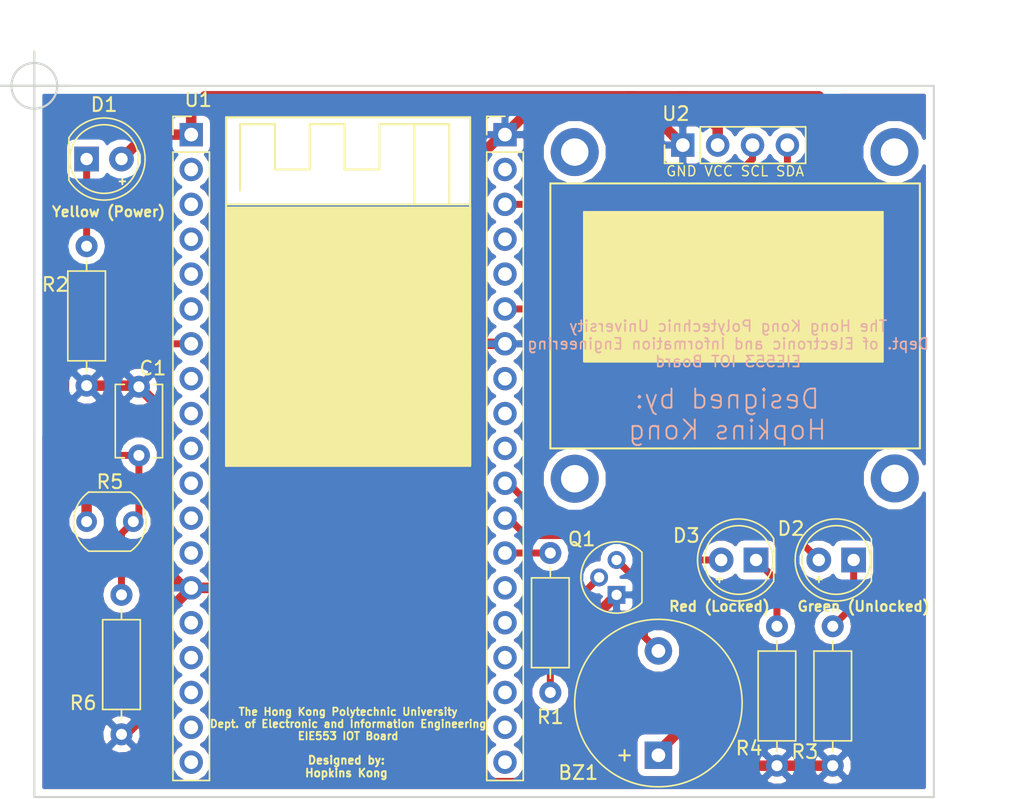
<source format=kicad_pcb>
(kicad_pcb (version 20171130) (host pcbnew 5.0.0+dfsg1-1)
  (layers (0 F.Cu signal) (31 B.Cu signal) (34 B.Paste user hide) (35 F.Paste user hide) (36 B.SilkS user) (37 F.SilkS user) (38 B.Mask user hide) (39 F.Mask user hide) (44 Edge.Cuts user))
  (net 0 "")
  (net 1 "Net-(Q1-Pad2)")
  (net 2 /BUZZER_CONTROL)
  (net 3 "Net-(D1-Pad1)")
  (net 4 GND)
  (net 5 "Net-(D2-Pad1)")
  (net 6 "Net-(D3-Pad1)")
  (net 7 /LDR_ADC)
  (net 8 "Net-(BZ1-Pad2)")
  (net 9 +3V3)
  (net 10 /GREEN_LED)
  (net 11 /RED_LED)
  (net 12 /OLED_SCL)
  (net 13 /OLED_SDA)
  (net 14 "Net-(U1-Pad20)")
  (net 15 "Net-(U1-Pad21)")
  (net 16 "Net-(U1-Pad22)")
  (net 17 "Net-(U1-Pad23)")
  (net 18 "Net-(U1-Pad24)")
  (net 19 "Net-(U1-Pad25)")
  (net 20 "Net-(U1-Pad29)")
  (net 21 "Net-(U1-Pad30)")
  (net 22 "Net-(U1-Pad31)")
  (net 23 "Net-(U1-Pad34)")
  (net 24 "Net-(U1-Pad35)")
  (net 25 "Net-(U1-Pad37)")
  (net 26 "Net-(U1-Pad2)")
  (net 27 "Net-(U1-Pad3)")
  (net 28 "Net-(U1-Pad4)")
  (net 29 "Net-(U1-Pad5)")
  (net 30 "Net-(U1-Pad6)")
  (net 31 "Net-(U1-Pad8)")
  (net 32 "Net-(U1-Pad9)")
  (net 33 "Net-(U1-Pad10)")
  (net 34 "Net-(U1-Pad11)")
  (net 35 "Net-(U1-Pad15)")
  (net 36 "Net-(U1-Pad16)")
  (net 37 "Net-(U1-Pad17)")
  (net 38 "Net-(U1-Pad18)")
  (net 39 "Net-(U1-Pad19)")
  (net 40 "Net-(U1-Pad12)")
  (net 41 "Net-(U1-Pad13)")
  (module LED_THT:LED_D5.0mm (layer F.Cu) (at 25.4 41.91)
    (fp_text reference D1 (at 1.27 -3.96) (layer F.SilkS))
    (fp_text value 5MM_YELLOW_LED)
    (pad 1 thru_hole rect (at 0 0) (size 1.8 1.8) (drill 0.9) (layers *.Cu *.Mask) (net 3 "Net-(D1-Pad1)"))
    (pad 2 thru_hole circle (at 2.54 0) (size 1.8 1.8) (drill 0.9) (layers *.Cu *.Mask) (net 9 +3V3))
  )
  (module LED_THT:LED_D5.0mm (layer F.Cu) (at 81.28 71.12 180)
    (fp_text reference D2 (at 4.572 2.286 180) (layer F.SilkS))
    (fp_text value 5MM_GREEN_LED)
    (pad 2 thru_hole circle (at 2.54 0 180) (size 1.8 1.8) (drill 0.9) (layers *.Cu *.Mask) (net 10 /GREEN_LED))
    (pad 1 thru_hole rect (at 0 0 180) (size 1.8 1.8) (drill 0.9) (layers *.Cu *.Mask) (net 5 "Net-(D2-Pad1)"))
  )
  (module IOT:oled_4pin (layer F.Cu) (at 72.39 40.64)
    (fp_text reference U2 (at -4.064 -2.032) (layer F.SilkS))
    (fp_text value 0.96Inch_OLED_4Pin)
    (pad "" np_thru_hole circle (at 11.8618 0.762) (size 3.5 3.5) (drill 2) (layers *.Cu *.Mask))
    (pad "" np_thru_hole circle (at 11.8872 24.5364) (size 3.5 3.5) (drill 2) (layers *.Cu *.Mask))
    (pad "" np_thru_hole circle (at -11.43 24.5618) (size 3.5 3.5) (drill 2) (layers *.Cu *.Mask))
    (pad 1 thru_hole rect (at -3.556 0.254 90) (size 1.7 1.7) (drill 1) (layers *.Cu *.Mask) (net 4 GND))
    (pad 2 thru_hole oval (at -1.016 0.254 90) (size 1.7 1.7) (drill 1) (layers *.Cu *.Mask) (net 9 +3V3))
    (pad 3 thru_hole oval (at 1.524 0.254 90) (size 1.7 1.7) (drill 1) (layers *.Cu *.Mask) (net 12 /OLED_SCL))
    (pad 4 thru_hole oval (at 4.064 0.254 90) (size 1.7 1.7) (drill 1) (layers *.Cu *.Mask) (net 13 /OLED_SDA))
    (pad "" np_thru_hole circle (at -11.43 0.762) (size 3.5 3.5) (drill 2) (layers *.Cu *.Mask))
  )
  (module LED_THT:LED_D5.0mm (layer F.Cu) (at 74.168 71.12 180)
    (fp_text reference D3 (at 5.08 1.778 180) (layer F.SilkS))
    (fp_text value 5MM_RED_LED)
    (pad 1 thru_hole rect (at 0 0 180) (size 1.8 1.8) (drill 0.9) (layers *.Cu *.Mask) (net 6 "Net-(D3-Pad1)"))
    (pad 2 thru_hole circle (at 2.54 0 180) (size 1.8 1.8) (drill 0.9) (layers *.Cu *.Mask) (net 11 /RED_LED))
  )
  (module OptoDevice:R_LDR_5.1x4.3mm_P3.4mm_Vertical (layer F.Cu) (at 25.4 68.326)
    (fp_text reference R5 (at 1.7 -2.9) (layer F.SilkS))
    (fp_text value GL5506)
    (pad 1 thru_hole circle (at 0 0) (size 1.5 1.5) (drill 0.8) (layers *.Cu *.Mask) (net 9 +3V3))
    (pad 2 thru_hole circle (at 3.4 0) (size 1.5 1.5) (drill 0.8) (layers *.Cu *.Mask) (net 7 /LDR_ADC))
  )
  (module IOT:nodemcu_esp32s (layer F.Cu) (at 33.02 40.64)
    (fp_text reference U1 (at 0.508 -3.048) (layer F.SilkS))
    (fp_text value NodeMCU-32S)
    (pad 20 thru_hole oval (at 22.86 45.212) (size 1.7 1.7) (drill 1) (layers *.Cu *.Mask) (net 14 "Net-(U1-Pad20)"))
    (pad 21 thru_hole oval (at 22.86 42.672) (size 1.7 1.7) (drill 1) (layers *.Cu *.Mask) (net 15 "Net-(U1-Pad21)"))
    (pad 22 thru_hole oval (at 22.86 40.132) (size 1.7 1.7) (drill 1) (layers *.Cu *.Mask) (net 16 "Net-(U1-Pad22)"))
    (pad 23 thru_hole oval (at 22.86 37.592) (size 1.7 1.7) (drill 1) (layers *.Cu *.Mask) (net 17 "Net-(U1-Pad23)"))
    (pad 24 thru_hole oval (at 22.86 35.052) (size 1.7 1.7) (drill 1) (layers *.Cu *.Mask) (net 18 "Net-(U1-Pad24)"))
    (pad 25 thru_hole oval (at 22.86 32.512) (size 1.7 1.7) (drill 1) (layers *.Cu *.Mask) (net 19 "Net-(U1-Pad25)"))
    (pad 26 thru_hole oval (at 22.86 29.972) (size 1.7 1.7) (drill 1) (layers *.Cu *.Mask) (net 2 /BUZZER_CONTROL))
    (pad 27 thru_hole oval (at 22.86 27.432) (size 1.7 1.7) (drill 1) (layers *.Cu *.Mask) (net 11 /RED_LED))
    (pad 28 thru_hole oval (at 22.86 24.892) (size 1.7 1.7) (drill 1) (layers *.Cu *.Mask) (net 10 /GREEN_LED))
    (pad 29 thru_hole oval (at 22.86 22.352) (size 1.7 1.7) (drill 1) (layers *.Cu *.Mask) (net 20 "Net-(U1-Pad29)"))
    (pad 30 thru_hole oval (at 22.86 19.812) (size 1.7 1.7) (drill 1) (layers *.Cu *.Mask) (net 21 "Net-(U1-Pad30)"))
    (pad 31 thru_hole oval (at 22.86 17.272) (size 1.7 1.7) (drill 1) (layers *.Cu *.Mask) (net 22 "Net-(U1-Pad31)"))
    (pad 32 thru_hole oval (at 22.86 14.732) (size 1.7 1.7) (drill 1) (layers *.Cu *.Mask) (net 4 GND))
    (pad 33 thru_hole oval (at 22.86 12.192) (size 1.7 1.7) (drill 1) (layers *.Cu *.Mask) (net 13 /OLED_SDA))
    (pad 34 thru_hole oval (at 22.86 9.652) (size 1.7 1.7) (drill 1) (layers *.Cu *.Mask) (net 23 "Net-(U1-Pad34)"))
    (pad 35 thru_hole oval (at 22.86 7.112) (size 1.7 1.7) (drill 1) (layers *.Cu *.Mask) (net 24 "Net-(U1-Pad35)"))
    (pad 36 thru_hole oval (at 22.86 4.572) (size 1.7 1.7) (drill 1) (layers *.Cu *.Mask) (net 12 /OLED_SCL))
    (pad 37 thru_hole oval (at 22.86 2.032) (size 1.7 1.7) (drill 1) (layers *.Cu *.Mask) (net 25 "Net-(U1-Pad37)"))
    (pad 38 thru_hole rect (at 22.86 -0.508) (size 1.7 1.7) (drill 1) (layers *.Cu *.Mask) (net 4 GND))
    (pad 1 thru_hole rect (at 0 -0.508) (size 1.7 1.7) (drill 1) (layers *.Cu *.Mask) (net 9 +3V3))
    (pad 2 thru_hole oval (at 0 2.032) (size 1.7 1.7) (drill 1) (layers *.Cu *.Mask) (net 26 "Net-(U1-Pad2)"))
    (pad 3 thru_hole oval (at 0 4.572) (size 1.7 1.7) (drill 1) (layers *.Cu *.Mask) (net 27 "Net-(U1-Pad3)"))
    (pad 4 thru_hole oval (at 0 7.112) (size 1.7 1.7) (drill 1) (layers *.Cu *.Mask) (net 28 "Net-(U1-Pad4)"))
    (pad 5 thru_hole oval (at 0 9.652) (size 1.7 1.7) (drill 1) (layers *.Cu *.Mask) (net 29 "Net-(U1-Pad5)"))
    (pad 6 thru_hole oval (at 0 12.192) (size 1.7 1.7) (drill 1) (layers *.Cu *.Mask) (net 30 "Net-(U1-Pad6)"))
    (pad 7 thru_hole oval (at 0 14.732) (size 1.7 1.7) (drill 1) (layers *.Cu *.Mask) (net 7 /LDR_ADC))
    (pad 8 thru_hole oval (at 0 17.272) (size 1.7 1.7) (drill 1) (layers *.Cu *.Mask) (net 31 "Net-(U1-Pad8)"))
    (pad 9 thru_hole oval (at 0 19.812) (size 1.7 1.7) (drill 1) (layers *.Cu *.Mask) (net 32 "Net-(U1-Pad9)"))
    (pad 10 thru_hole oval (at 0 22.352) (size 1.7 1.7) (drill 1) (layers *.Cu *.Mask) (net 33 "Net-(U1-Pad10)"))
    (pad 11 thru_hole oval (at 0 24.892) (size 1.7 1.7) (drill 1) (layers *.Cu *.Mask) (net 34 "Net-(U1-Pad11)"))
    (pad 12 thru_hole oval (at 0 27.432) (size 1.7 1.7) (drill 1) (layers *.Cu *.Mask) (net 40 "Net-(U1-Pad12)"))
    (pad 13 thru_hole oval (at 0 29.972) (size 1.7 1.7) (drill 1) (layers *.Cu *.Mask) (net 41 "Net-(U1-Pad13)"))
    (pad 14 thru_hole oval (at 0 32.512) (size 1.7 1.7) (drill 1) (layers *.Cu *.Mask) (net 4 GND))
    (pad 15 thru_hole oval (at 0 35.052) (size 1.7 1.7) (drill 1) (layers *.Cu *.Mask) (net 35 "Net-(U1-Pad15)"))
    (pad 16 thru_hole oval (at 0 37.592) (size 1.7 1.7) (drill 1) (layers *.Cu *.Mask) (net 36 "Net-(U1-Pad16)"))
    (pad 17 thru_hole oval (at 0 40.132) (size 1.7 1.7) (drill 1) (layers *.Cu *.Mask) (net 37 "Net-(U1-Pad17)"))
    (pad 18 thru_hole oval (at 0 42.672) (size 1.7 1.7) (drill 1) (layers *.Cu *.Mask) (net 38 "Net-(U1-Pad18)"))
    (pad 19 thru_hole oval (at 0 45.212) (size 1.7 1.7) (drill 1) (layers *.Cu *.Mask) (net 39 "Net-(U1-Pad19)"))
  )
  (module Buzzer_Beeper:Buzzer_12x9.5RM7.6 (layer F.Cu) (at 67.056 85.344 90)
    (fp_text reference BZ1 (at -1.27 -5.842 180) (layer F.SilkS))
    (fp_text value "3V3 Active Buzzer")
    (fp_text user + (at -0.01 -2.54 90) (layer F.SilkS))
    (pad 1 thru_hole rect (at 0 0 90) (size 2 2) (drill 1) (layers *.Cu *.Mask) (net 9 +3V3))
    (pad 2 thru_hole circle (at 7.6 0 90) (size 2 2) (drill 1) (layers *.Cu *.Mask) (net 8 "Net-(BZ1-Pad2)"))
  )
  (module Resistor_THT:R_Axial_DIN0207_L6.3mm_D2.5mm_P10.16mm_Horizontal (layer F.Cu) (at 75.692 86.106 90)
    (fp_text reference R4 (at 1.27 -2.032 180) (layer F.SilkS))
    (fp_text value 330R/0.25W)
    (pad 2 thru_hole oval (at 10.16 0 90) (size 1.6 1.6) (drill 0.8) (layers *.Cu *.Mask) (net 6 "Net-(D3-Pad1)"))
    (pad 1 thru_hole circle (at 0 0 90) (size 1.6 1.6) (drill 0.8) (layers *.Cu *.Mask) (net 4 GND))
  )
  (module Resistor_THT:R_Axial_DIN0207_L6.3mm_D2.5mm_P10.16mm_Horizontal (layer F.Cu) (at 25.4 58.42 90)
    (fp_text reference R2 (at 7.366 -2.286 180) (layer F.SilkS))
    (fp_text value 330R/0.25W)
    (pad 2 thru_hole oval (at 10.16 0 90) (size 1.6 1.6) (drill 0.8) (layers *.Cu *.Mask) (net 3 "Net-(D1-Pad1)"))
    (pad 1 thru_hole circle (at 0 0 90) (size 1.6 1.6) (drill 0.8) (layers *.Cu *.Mask) (net 4 GND))
  )
  (module Capacitor_THT:C_Disc_D5.1mm_W3.2mm_P5.00mm (layer F.Cu) (at 29.21 63.5 90)
    (fp_text reference C1 (at 6.35 1.016 180) (layer F.SilkS))
    (fp_text value 100n/50V)
    (pad 1 thru_hole circle (at 0 0 90) (size 1.6 1.6) (drill 0.8) (layers *.Cu *.Mask) (net 7 /LDR_ADC))
    (pad 2 thru_hole circle (at 5 0 90) (size 1.6 1.6) (drill 0.8) (layers *.Cu *.Mask) (net 4 GND))
  )
  (module Resistor_THT:R_Axial_DIN0207_L6.3mm_D2.5mm_P10.16mm_Horizontal (layer F.Cu) (at 27.94 83.82 90)
    (fp_text reference R6 (at 2.286 -2.794 180) (layer F.SilkS))
    (fp_text value 10K/0.25W)
    (pad 1 thru_hole circle (at 0 0 90) (size 1.6 1.6) (drill 0.8) (layers *.Cu *.Mask) (net 4 GND))
    (pad 2 thru_hole oval (at 10.16 0 90) (size 1.6 1.6) (drill 0.8) (layers *.Cu *.Mask) (net 7 /LDR_ADC))
  )
  (module Resistor_THT:R_Axial_DIN0207_L6.3mm_D2.5mm_P10.16mm_Horizontal (layer F.Cu) (at 79.756 86.106 90)
    (fp_text reference R3 (at 1.016 -2.032 180) (layer F.SilkS))
    (fp_text value 330R/0.25W)
    (pad 1 thru_hole circle (at 0 0 90) (size 1.6 1.6) (drill 0.8) (layers *.Cu *.Mask) (net 4 GND))
    (pad 2 thru_hole oval (at 10.16 0 90) (size 1.6 1.6) (drill 0.8) (layers *.Cu *.Mask) (net 5 "Net-(D2-Pad1)"))
  )
  (module Package_TO_SOT_THT:TO-92 (layer F.Cu) (at 64.008 73.66 90)
    (fp_text reference Q1 (at 4.064 -2.54 180) (layer F.SilkS))
    (fp_text value S8050)
    (pad 2 thru_hole circle (at 1.27 -1.27 180) (size 1.3 1.3) (drill 0.75) (layers *.Cu *.Mask) (net 1 "Net-(Q1-Pad2)"))
    (pad 3 thru_hole circle (at 2.54 0 180) (size 1.3 1.3) (drill 0.75) (layers *.Cu *.Mask) (net 8 "Net-(BZ1-Pad2)"))
    (pad 1 thru_hole rect (at 0 0 180) (size 1.3 1.3) (drill 0.75) (layers *.Cu *.Mask) (net 4 GND))
  )
  (module Resistor_THT:R_Axial_DIN0207_L6.3mm_D2.5mm_P10.16mm_Horizontal (layer F.Cu) (at 59.182 80.772 90)
    (fp_text reference R1 (at -1.778 0 180) (layer F.SilkS))
    (fp_text value 1K/0.25W)
    (pad 1 thru_hole circle (at 0 0 90) (size 1.6 1.6) (drill 0.8) (layers *.Cu *.Mask) (net 1 "Net-(Q1-Pad2)"))
    (pad 2 thru_hole oval (at 10.16 0 90) (size 1.6 1.6) (drill 0.8) (layers *.Cu *.Mask) (net 2 /BUZZER_CONTROL))
  )
  (gr_text "Green (Unlocked)" (at 82 74.5) (layer F.SilkS) (effects (font (size 0.73 0.73) (thickness 0.16))))
  (gr_text "Red (Locked)" (at 71.5 74.5) (layer F.SilkS) (effects (font (size 0.73 0.73) (thickness 0.16))))
  (gr_text + (at 71.5 72.5) (layer F.SilkS) (effects (font (size 0.55 0.55) (thickness 0.1375))))
  (gr_text + (at 78.75 72.5) (layer F.SilkS) (effects (font (size 0.55 0.55) (thickness 0.1375))))
  (gr_text + (at 28 43.5) (layer F.SilkS) (effects (font (size 0.55 0.55) (thickness 0.1375))))
  (gr_text "Yellow (Power)" (at 27 45.75) (layer F.SilkS) (effects (font (size 0.73 0.73) (thickness 0.16))))
  (gr_text "GND VCC SCL SDA" (at 72.644 42.799) (layer F.SilkS) (effects (font (size 0.73 0.73) (thickness 0.1))))
  (gr_line (start 21.59 88.392) (end 21.59 36.576) (angle 90) (layer Edge.Cuts) (width 0.15))
  (gr_line (start 87.122 88.392) (end 21.59 88.392) (angle 90) (layer Edge.Cuts) (width 0.15))
  (gr_line (start 87.122 36.576) (end 87.122 88.392) (angle 90) (layer Edge.Cuts) (width 0.15))
  (gr_line (start 21.59 36.576) (end 87.122 36.576) (angle 90) (layer Edge.Cuts) (width 0.15))
  (target plus (at 21.59 36.576) (size 5) (width 0.15) (layer Edge.Cuts))
  (target plus (at 21.59 36.576) (size 5) (width 0.15) (layer Edge.Cuts))
  (gr_text "Designed by:\nHopkins Kong" (at 72.0725 60.5155) (layer B.SilkS) (effects (font (size 1.4 1.4) (thickness 0.1375)) (justify mirror)))
  (gr_text "The Hong Kong Polytechnic University\nDept. of Electronic and Information Engineering\nEIE553 IOT Board\n" (at 72.136 55.372) (layer B.SilkS) (effects (font (size 0.8 0.8) (thickness 0.125)) (justify mirror)))
  (gr_text "Designed by:\nHopkins Kong" (at 44.323 86.1695) (layer F.SilkS) (effects (font (size 0.58 0.58) (thickness 0.1375))))
  (gr_text "The Hong Kong Polytechnic University\nDept. of Electronic and Information Engineering\nEIE553 IOT Board\n" (at 44.45 83.058) (layer F.SilkS) (effects (font (size 0.55 0.55) (thickness 0.125))))
  (segment (start 59.182 80.772) (end 59.182 75.946) (width 0.508) (layer F.Cu) (net 1))
  (segment (start 59.182 75.946) (end 62.738 72.39) (width 0.508) (layer F.Cu) (net 1))
  (segment (start 55.88 70.612) (end 59.182 70.612) (width 0.508) (layer F.Cu) (net 2))
  (segment (start 25.4 48.26) (end 25.4 41.91) (width 0.508) (layer F.Cu) (net 3))
  (segment (start 34.798 73.152) (end 33.02 73.152) (width 0.762) (layer F.Cu) (net 4))
  (segment (start 53.34 54.61) (end 34.798 73.152) (width 0.762) (layer F.Cu) (net 4))
  (segment (start 55.88 55.372) (end 52.578 55.372) (width 0.762) (layer F.Cu) (net 4))
  (segment (start 52.578 55.372) (end 53.34 54.61) (width 0.762) (layer F.Cu) (net 4))
  (segment (start 29.972 77.978) (end 30.48 77.47) (width 0.762) (layer F.Cu) (net 4))
  (segment (start 30.48 77.47) (end 30.48 75.692) (width 0.762) (layer F.Cu) (net 4))
  (segment (start 30.48 75.692) (end 33.02 73.152) (width 0.762) (layer F.Cu) (net 4))
  (segment (start 25.4 58.42) (end 29.13 58.42) (width 0.762) (layer F.Cu) (net 4))
  (segment (start 29.13 58.42) (end 29.21 58.5) (width 0.762) (layer F.Cu) (net 4))
  (segment (start 33.02 73.152) (end 32.512 73.152) (width 0.762) (layer F.Cu) (net 4))
  (segment (start 30.988 60.278) (end 29.21 58.5) (width 0.762) (layer F.Cu) (net 4))
  (segment (start 30.988 71.628) (end 30.988 60.278) (width 0.762) (layer F.Cu) (net 4))
  (segment (start 32.512 73.152) (end 30.988 71.628) (width 0.762) (layer F.Cu) (net 4))
  (segment (start 27.94 83.82) (end 28.194 83.82) (width 0.762) (layer F.Cu) (net 4))
  (segment (start 29.972 82.042) (end 29.972 77.978) (width 0.762) (layer F.Cu) (net 4))
  (segment (start 28.194 83.82) (end 29.972 82.042) (width 0.762) (layer F.Cu) (net 4))
  (segment (start 55.88 40.132) (end 57.404 38.608) (width 0.762) (layer F.Cu) (net 4))
  (segment (start 57.404 38.608) (end 64.262 38.608) (width 0.762) (layer F.Cu) (net 4))
  (segment (start 64.262 38.608) (end 64.262 38.608) (width 0.762) (layer F.Cu) (net 4))
  (segment (start 33.02 73.152) (end 36.068 73.152) (width 0.762) (layer F.Cu) (net 4))
  (segment (start 50.292 87.376) (end 50.038 87.122) (width 0.762) (layer F.Cu) (net 4))
  (segment (start 51.054 87.376) (end 50.292 87.376) (width 0.762) (layer F.Cu) (net 4))
  (segment (start 51.054 87.376) (end 57.658 87.376) (width 0.762) (layer F.Cu) (net 4))
  (segment (start 36.068 73.152) (end 50.038 87.122) (width 0.762) (layer F.Cu) (net 4))
  (segment (start 62.23 82.804) (end 62.23 75.438) (width 0.762) (layer F.Cu) (net 4))
  (segment (start 57.658 87.376) (end 62.23 82.804) (width 0.762) (layer F.Cu) (net 4))
  (segment (start 62.23 75.438) (end 64.008 73.66) (width 0.762) (layer F.Cu) (net 4))
  (segment (start 75.692 86.106) (end 79.756 86.106) (width 0.762) (layer F.Cu) (net 4))
  (segment (start 75.692 86.106) (end 71.12 86.106) (width 0.762) (layer F.Cu) (net 4))
  (segment (start 69.85 87.376) (end 70.104 87.122) (width 0.762) (layer F.Cu) (net 4))
  (segment (start 69.85 87.376) (end 57.658 87.376) (width 0.762) (layer F.Cu) (net 4))
  (segment (start 71.12 86.106) (end 70.104 87.122) (width 0.762) (layer F.Cu) (net 4))
  (segment (start 57.912 87.122) (end 57.658 87.376) (width 0.762) (layer F.Cu) (net 4))
  (segment (start 55.88 40.132) (end 55.626 40.132) (width 0.762) (layer F.Cu) (net 4))
  (segment (start 54.102 53.848) (end 52.578 55.372) (width 0.762) (layer F.Cu) (net 4))
  (segment (start 54.102 41.656) (end 54.102 53.848) (width 0.762) (layer F.Cu) (net 4))
  (segment (start 55.626 40.132) (end 54.102 41.656) (width 0.762) (layer F.Cu) (net 4))
  (segment (start 64.262 38.608) (end 66.548 38.608) (width 0.762) (layer F.Cu) (net 4))
  (segment (start 66.548 38.608) (end 68.834 40.894) (width 0.762) (layer F.Cu) (net 4))
  (segment (start 81.28 71.12) (end 81.28 74.422) (width 0.508) (layer F.Cu) (net 5))
  (segment (start 81.28 74.422) (end 79.756 75.946) (width 0.508) (layer F.Cu) (net 5))
  (segment (start 75.692 75.946) (end 75.692 72.644) (width 0.508) (layer F.Cu) (net 6))
  (segment (start 75.692 72.644) (end 74.168 71.12) (width 0.508) (layer F.Cu) (net 6))
  (segment (start 29.21 63.5) (end 29.21 67.916) (width 0.508) (layer F.Cu) (net 7))
  (segment (start 29.21 67.916) (end 28.8 68.326) (width 0.508) (layer F.Cu) (net 7))
  (segment (start 27.94 73.66) (end 27.94 69.186) (width 0.508) (layer F.Cu) (net 7))
  (segment (start 27.94 69.186) (end 28.8 68.326) (width 0.508) (layer F.Cu) (net 7))
  (segment (start 29.21 63.5) (end 26.924 63.5) (width 0.508) (layer F.Cu) (net 7))
  (segment (start 26.924 63.5) (end 23.876 60.452) (width 0.508) (layer F.Cu) (net 7))
  (segment (start 25.4 55.372) (end 33.02 55.372) (width 0.508) (layer F.Cu) (net 7))
  (segment (start 25.4 55.372) (end 23.876 56.896) (width 0.508) (layer F.Cu) (net 7))
  (segment (start 23.876 56.896) (end 23.876 60.452) (width 0.508) (layer F.Cu) (net 7))
  (segment (start 64.008 71.12) (end 66.04 73.152) (width 0.508) (layer F.Cu) (net 8))
  (segment (start 66.04 76.728) (end 67.056 77.744) (width 0.508) (layer F.Cu) (net 8))
  (segment (start 66.04 75.946) (end 66.04 76.728) (width 0.508) (layer F.Cu) (net 8))
  (segment (start 66.04 75.946) (end 66.04 73.152) (width 0.508) (layer F.Cu) (net 8))
  (segment (start 33.02 40.132) (end 29.718 40.132) (width 0.762) (layer F.Cu) (net 9))
  (segment (start 29.718 40.132) (end 27.94 41.91) (width 0.762) (layer F.Cu) (net 9))
  (segment (start 29.718 40.132) (end 29.21 39.624) (width 0.762) (layer F.Cu) (net 9))
  (segment (start 25.4 63.754) (end 25.4 68.326) (width 0.762) (layer F.Cu) (net 9))
  (segment (start 22.86 61.214) (end 25.4 63.754) (width 0.762) (layer F.Cu) (net 9))
  (segment (start 22.86 53.34) (end 22.86 61.214) (width 0.762) (layer F.Cu) (net 9))
  (segment (start 29.21 39.624) (end 23.368 39.624) (width 0.762) (layer F.Cu) (net 9))
  (segment (start 23.368 39.624) (end 22.86 40.132) (width 0.762) (layer F.Cu) (net 9))
  (segment (start 22.86 40.132) (end 22.86 53.34) (width 0.762) (layer F.Cu) (net 9))
  (segment (start 33.02 40.132) (end 33.02 38.354) (width 0.762) (layer F.Cu) (net 9))
  (segment (start 34.036 37.338) (end 64.77 37.338) (width 0.762) (layer F.Cu) (net 9))
  (segment (start 64.77 37.338) (end 65.278 37.338) (width 0.762) (layer F.Cu) (net 9))
  (segment (start 33.02 38.354) (end 34.036 37.338) (width 0.762) (layer F.Cu) (net 9))
  (segment (start 64.77 37.338) (end 68.58 37.338) (width 0.762) (layer F.Cu) (net 9))
  (segment (start 68.58 37.338) (end 78.74 37.338) (width 0.762) (layer F.Cu) (net 9))
  (segment (start 80.01 38.354) (end 80.01 62.992) (width 0.762) (layer F.Cu) (net 9))
  (segment (start 79.248 37.592) (end 80.01 38.354) (width 0.762) (layer F.Cu) (net 9))
  (segment (start 78.994 37.592) (end 79.248 37.592) (width 0.762) (layer F.Cu) (net 9))
  (segment (start 78.74 37.338) (end 78.994 37.592) (width 0.762) (layer F.Cu) (net 9))
  (segment (start 67.056 85.344) (end 67.056 85.09) (width 0.762) (layer F.Cu) (net 9))
  (segment (start 80.01 66.548) (end 80.01 62.992) (width 0.762) (layer F.Cu) (net 9))
  (segment (start 83.566 70.104) (end 80.01 66.548) (width 0.762) (layer F.Cu) (net 9))
  (segment (start 83.566 78.232) (end 83.566 70.104) (width 0.762) (layer F.Cu) (net 9))
  (segment (start 83.058 78.74) (end 83.566 78.232) (width 0.762) (layer F.Cu) (net 9))
  (segment (start 81.026 80.772) (end 83.058 78.74) (width 0.762) (layer F.Cu) (net 9))
  (segment (start 71.374 80.772) (end 81.026 80.772) (width 0.762) (layer F.Cu) (net 9))
  (segment (start 67.056 85.09) (end 71.374 80.772) (width 0.762) (layer F.Cu) (net 9))
  (segment (start 68.58 37.338) (end 69.088 37.338) (width 0.762) (layer F.Cu) (net 9))
  (segment (start 71.374 39.624) (end 71.374 40.894) (width 0.762) (layer F.Cu) (net 9))
  (segment (start 69.088 37.338) (end 71.374 39.624) (width 0.762) (layer F.Cu) (net 9))
  (segment (start 55.88 65.532) (end 56.134 65.532) (width 0.508) (layer F.Cu) (net 10))
  (segment (start 75.946 68.326) (end 78.74 71.12) (width 0.508) (layer F.Cu) (net 10))
  (segment (start 58.928 68.326) (end 75.946 68.326) (width 0.508) (layer F.Cu) (net 10))
  (segment (start 56.134 65.532) (end 58.928 68.326) (width 0.508) (layer F.Cu) (net 10))
  (segment (start 71.628 71.12) (end 68.58 71.12) (width 0.508) (layer F.Cu) (net 11))
  (segment (start 66.802 69.342) (end 60.452 69.342) (width 0.508) (layer F.Cu) (net 11))
  (segment (start 68.58 71.12) (end 66.802 69.342) (width 0.508) (layer F.Cu) (net 11))
  (segment (start 55.88 68.072) (end 56.134 68.072) (width 0.508) (layer F.Cu) (net 11))
  (segment (start 57.404 69.342) (end 60.452 69.342) (width 0.508) (layer F.Cu) (net 11))
  (segment (start 56.134 68.072) (end 57.404 69.342) (width 0.508) (layer F.Cu) (net 11))
  (segment (start 73.914 40.894) (end 73.914 41.91) (width 0.508) (layer F.Cu) (net 12))
  (segment (start 70.612 45.212) (end 55.88 45.212) (width 0.508) (layer F.Cu) (net 12))
  (segment (start 73.914 41.91) (end 70.612 45.212) (width 0.508) (layer F.Cu) (net 12))
  (segment (start 76.454 43.18) (end 76.454 40.894) (width 0.508) (layer F.Cu) (net 13))
  (segment (start 73.152 46.482) (end 76.454 43.18) (width 0.508) (layer F.Cu) (net 13))
  (segment (start 55.88 52.832) (end 60.96 52.832) (width 0.508) (layer F.Cu) (net 13))
  (segment (start 60.96 52.832) (end 66.802 52.832) (width 0.508) (layer F.Cu) (net 13))
  (segment (start 66.802 52.832) (end 73.152 46.482) (width 0.508) (layer F.Cu) (net 13))
  (zone (net 4) (net_name GND) (layer F.Cu) (connect_pads (clearance 0.508)) (min_thickness 0.254) (fill yes (arc_segments 16) (thermal_gap 0.508) (thermal_bridge_width 0.508))
    (polygon (pts (xy 21.59 36.576) (xy 87.122 36.576) (xy 87.122 88.392) (xy 21.59 88.392)))
  )
  (zone (net 0) (net_name "") (layers F&B.Cu) (connect_pads (clearance 0.508)) (min_thickness 0.254)
    (keepout (tracks not_allowed) (vias not_allowed) (copperpour not_allowed))
    (fill (arc_segments 16) (thermal_gap 0.508) (thermal_bridge_width 0.508))
    (polygon (pts (xy 35.56 38.862) (xy 35.56 45.212) (xy 53.34 45.212) (xy 53.34 38.862)))
  )
  (zone (net 4) (net_name GND) (layer B.Cu) (connect_pads (clearance 0.508)) (min_thickness 0.254) (fill yes (arc_segments 16) (thermal_gap 0.508) (thermal_bridge_width 0.508))
    (polygon (pts (xy 21.59 36.576) (xy 87.122 36.576) (xy 87.122 88.392) (xy 21.59 88.392)))
  )
)
</source>
